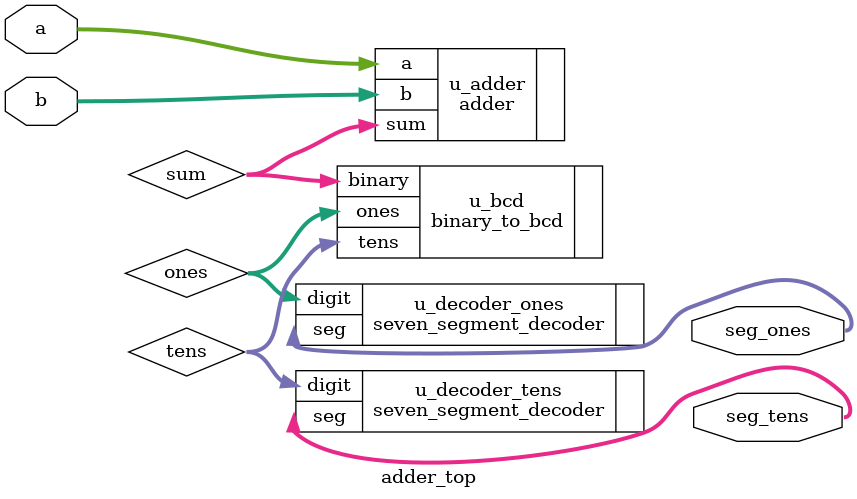
<source format=v>
`timescale 1ns / 1ps


module adder_top (
    input [3:0] a,         // Input A
    input [3:0] b,         // Input B
    output [6:0] seg_tens, // Seven-segment outputs for tens digit
    output [6:0] seg_ones  // Seven-segment outputs for ones digit
);
    wire [4:0] sum;        // 5-bit sum from adder
    wire [3:0] tens, ones; // BCD digits

    // Instantiate the adder
    adder u_adder (
        .a(a),
        .b(b),
        .sum(sum)
    );

    // Instantiate the binary-to-BCD converter
    binary_to_bcd u_bcd (
        .binary(sum),
        .tens(tens),
        .ones(ones)
    );

    // Instantiate the seven-segment decoders
    seven_segment_decoder u_decoder_tens (
        .digit(tens),
        .seg(seg_tens)
    );

    seven_segment_decoder u_decoder_ones (
        .digit(ones),
        .seg(seg_ones)
    );
endmodule

</source>
